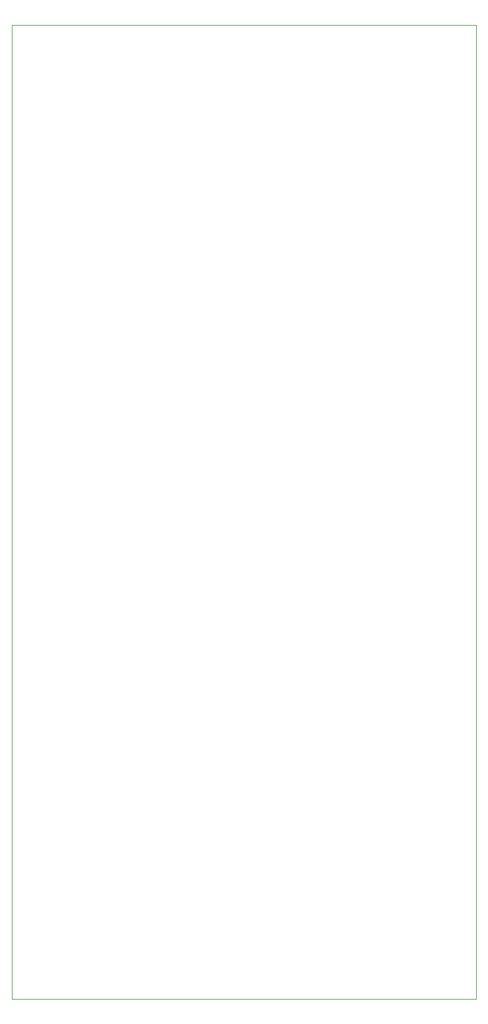
<source format=gbr>
%TF.GenerationSoftware,KiCad,Pcbnew,9.0.0*%
%TF.CreationDate,2025-03-31T13:57:26+02:00*%
%TF.ProjectId,HW_roggeluc_linortho,48575f72-6f67-4676-956c-75635f6c696e,rev?*%
%TF.SameCoordinates,Original*%
%TF.FileFunction,Profile,NP*%
%FSLAX46Y46*%
G04 Gerber Fmt 4.6, Leading zero omitted, Abs format (unit mm)*
G04 Created by KiCad (PCBNEW 9.0.0) date 2025-03-31 13:57:26*
%MOMM*%
%LPD*%
G01*
G04 APERTURE LIST*
%TA.AperFunction,Profile*%
%ADD10C,0.100000*%
%TD*%
G04 APERTURE END LIST*
D10*
X40500000Y-29000000D02*
X106500000Y-29000000D01*
X106500000Y-167500000D01*
X40500000Y-167500000D01*
X40500000Y-29000000D01*
M02*

</source>
